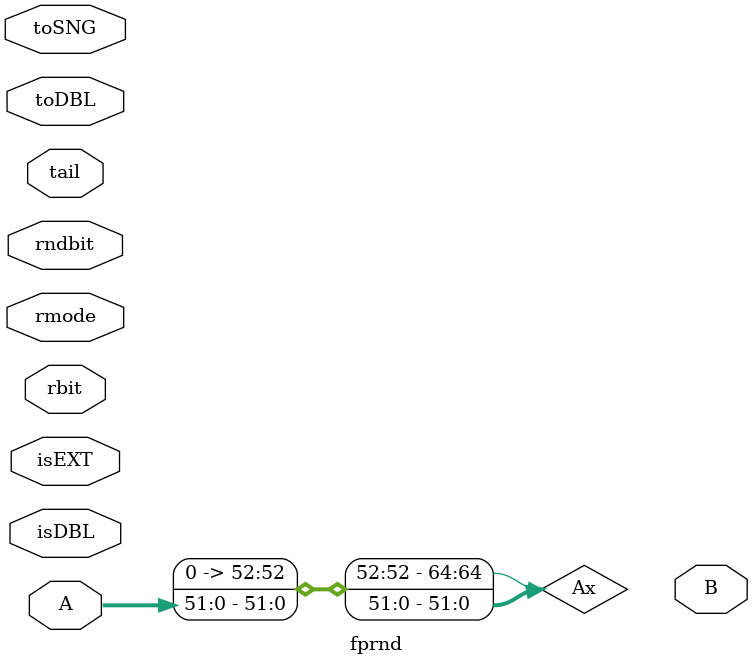
<source format=v>
/*
Copyright 2022-2024 Goran Dakov, D.O.B. 11 January 1983, lives in Bristol UK in 2024

Licensed under GPL v3 or commercial license.

Unless required by applicable law or agreed to in writing, software
distributed under the License is distributed on an "AS IS" BASIS,
WITHOUT WARRANTIES OR CONDITIONS OF ANY KIND, either express or implied.
See the License for the specific language governing permissions and
limitations under the License.
*/


`include "../struct.sv"

module fprnd(
  A,
  rbit,tail,
  rndbit,
  rmode,
  isDBL,
  isEXT,
  toDBL,
  toSNG,
  B);
//rnd first, then denormal handling
  input [80:0] A;
  input rbit;
  input tail;
  input rndbit;
  input [2:0] rmode;
  input isDBL;
  input isEXT;
  input toDBL;
  input toSNG;
  output [79:0] B;

  wire [64:0] Ax;
  wire do_rnd;
  wire cout;

  assign Ax={A[63:53]&{11{isEXT}},A[52]|isDBL,A[51:0]};

  adder #(64) rnd_mod(Ax,rbit,res0,1'b0,do_rnd,cout);

  assign res0=~do_rnd ? Ax : 64'bz;
endmodule

</source>
